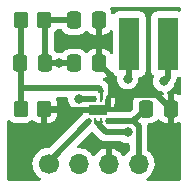
<source format=gbr>
%TF.GenerationSoftware,KiCad,Pcbnew,6.0.11-2627ca5db0~126~ubuntu20.04.1*%
%TF.CreationDate,2023-07-30T19:56:55-05:00*%
%TF.ProjectId,tps61021a-slim,74707336-3130-4323-9161-2d736c696d2e,rev?*%
%TF.SameCoordinates,Original*%
%TF.FileFunction,Copper,L1,Top*%
%TF.FilePolarity,Positive*%
%FSLAX46Y46*%
G04 Gerber Fmt 4.6, Leading zero omitted, Abs format (unit mm)*
G04 Created by KiCad (PCBNEW 6.0.11-2627ca5db0~126~ubuntu20.04.1) date 2023-07-30 19:56:55*
%MOMM*%
%LPD*%
G01*
G04 APERTURE LIST*
G04 Aperture macros list*
%AMRoundRect*
0 Rectangle with rounded corners*
0 $1 Rounding radius*
0 $2 $3 $4 $5 $6 $7 $8 $9 X,Y pos of 4 corners*
0 Add a 4 corners polygon primitive as box body*
4,1,4,$2,$3,$4,$5,$6,$7,$8,$9,$2,$3,0*
0 Add four circle primitives for the rounded corners*
1,1,$1+$1,$2,$3*
1,1,$1+$1,$4,$5*
1,1,$1+$1,$6,$7*
1,1,$1+$1,$8,$9*
0 Add four rect primitives between the rounded corners*
20,1,$1+$1,$2,$3,$4,$5,0*
20,1,$1+$1,$4,$5,$6,$7,0*
20,1,$1+$1,$6,$7,$8,$9,0*
20,1,$1+$1,$8,$9,$2,$3,0*%
G04 Aperture macros list end*
%TA.AperFunction,SMDPad,CuDef*%
%ADD10R,1.750000X4.500000*%
%TD*%
%TA.AperFunction,SMDPad,CuDef*%
%ADD11RoundRect,0.250000X-0.337500X-0.475000X0.337500X-0.475000X0.337500X0.475000X-0.337500X0.475000X0*%
%TD*%
%TA.AperFunction,SMDPad,CuDef*%
%ADD12RoundRect,0.250000X-0.350000X-0.450000X0.350000X-0.450000X0.350000X0.450000X-0.350000X0.450000X0*%
%TD*%
%TA.AperFunction,SMDPad,CuDef*%
%ADD13RoundRect,0.250000X0.337500X0.475000X-0.337500X0.475000X-0.337500X-0.475000X0.337500X-0.475000X0*%
%TD*%
%TA.AperFunction,ComponentPad*%
%ADD14C,1.700000*%
%TD*%
%TA.AperFunction,ComponentPad*%
%ADD15O,1.700000X1.700000*%
%TD*%
%TA.AperFunction,SMDPad,CuDef*%
%ADD16R,0.250000X0.500000*%
%TD*%
%TA.AperFunction,SMDPad,CuDef*%
%ADD17R,1.600000X0.900000*%
%TD*%
%TA.AperFunction,ComponentPad*%
%ADD18C,0.600000*%
%TD*%
%TA.AperFunction,SMDPad,CuDef*%
%ADD19RoundRect,0.250000X0.350000X0.450000X-0.350000X0.450000X-0.350000X-0.450000X0.350000X-0.450000X0*%
%TD*%
%TA.AperFunction,ViaPad*%
%ADD20C,0.800000*%
%TD*%
%TA.AperFunction,Conductor*%
%ADD21C,0.500000*%
%TD*%
%TA.AperFunction,Conductor*%
%ADD22C,0.249800*%
%TD*%
G04 APERTURE END LIST*
D10*
%TO.P,L1,1,1*%
%TO.N,Net-(C1-Pad1)*%
X114067700Y-103632000D03*
%TO.P,L1,2,2*%
%TO.N,Net-(L1-Pad2)*%
X110817700Y-103632000D03*
%TD*%
D11*
%TO.P,C4,1*%
%TO.N,Net-(C2-Pad1)*%
X106150500Y-105273000D03*
%TO.P,C4,2*%
%TO.N,Earth*%
X108225500Y-105273000D03*
%TD*%
D12*
%TO.P,R2,1*%
%TO.N,Net-(C2-Pad2)*%
X101616000Y-109103000D03*
%TO.P,R2,2*%
%TO.N,Earth*%
X103616000Y-109103000D03*
%TD*%
D11*
%TO.P,C1,1*%
%TO.N,Net-(C1-Pad1)*%
X112246500Y-109103000D03*
%TO.P,C1,2*%
%TO.N,Earth*%
X114321500Y-109103000D03*
%TD*%
%TO.P,C3,1*%
%TO.N,Net-(C2-Pad1)*%
X106150500Y-101600000D03*
%TO.P,C3,2*%
%TO.N,Earth*%
X108225500Y-101600000D03*
%TD*%
D13*
%TO.P,C2,1*%
%TO.N,Net-(C2-Pad1)*%
X103653500Y-105273000D03*
%TO.P,C2,2*%
%TO.N,Net-(C2-Pad2)*%
X101578500Y-105273000D03*
%TD*%
D14*
%TO.P,J1,1,Pin_1*%
%TO.N,Net-(J1-Pad1)*%
X103987000Y-113800000D03*
D15*
%TO.P,J1,2,Pin_2*%
%TO.N,Net-(C2-Pad1)*%
X106527000Y-113800000D03*
%TO.P,J1,3,Pin_3*%
%TO.N,Earth*%
X109067000Y-113800000D03*
%TO.P,J1,4,Pin_4*%
%TO.N,Net-(C1-Pad1)*%
X111607000Y-113800000D03*
%TD*%
D16*
%TO.P,U1,1,AGND*%
%TO.N,Earth*%
X108954000Y-108270000D03*
%TO.P,U1,2,FB*%
%TO.N,Net-(C2-Pad2)*%
X108454000Y-108270000D03*
%TO.P,U1,3,VOUT*%
%TO.N,Net-(C2-Pad1)*%
X107954000Y-108270000D03*
%TO.P,U1,4,VOUT*%
X107454000Y-108270000D03*
%TO.P,U1,5,EN*%
%TO.N,Net-(J1-Pad1)*%
X107454000Y-110170000D03*
%TO.P,U1,6,SW*%
%TO.N,Net-(L1-Pad2)*%
X107954000Y-110170000D03*
%TO.P,U1,7,SW*%
X108454000Y-110170000D03*
%TO.P,U1,8,VIN*%
%TO.N,Net-(C1-Pad1)*%
X108954000Y-110170000D03*
D17*
%TO.P,U1,9,PGND*%
%TO.N,Earth*%
X108204000Y-109220000D03*
D18*
X107704000Y-109220000D03*
X108704000Y-109220000D03*
%TD*%
D19*
%TO.P,R1,1*%
%TO.N,Net-(C2-Pad1)*%
X103616000Y-101600000D03*
%TO.P,R1,2*%
%TO.N,Net-(C2-Pad2)*%
X101616000Y-101600000D03*
%TD*%
D20*
%TO.N,Net-(C1-Pad1)*%
X113757500Y-106778800D03*
%TO.N,Net-(C2-Pad1)*%
X106527000Y-108270000D03*
X104902000Y-105273000D03*
%TO.N,Net-(L1-Pad2)*%
X110686700Y-111116900D03*
X110686700Y-106559400D03*
%TD*%
D21*
%TO.N,Net-(C1-Pad1)*%
X111607000Y-113800000D02*
X111607000Y-110597500D01*
X111179500Y-110170000D02*
X112246500Y-109103000D01*
X113757500Y-106778800D02*
X114067700Y-106468600D01*
X109029500Y-110170000D02*
X111179500Y-110170000D01*
X111607000Y-110597500D02*
X111179500Y-110170000D01*
D22*
X109029500Y-110170000D02*
X108954000Y-110170000D01*
D21*
X114067700Y-106468600D02*
X114067700Y-103632000D01*
%TO.N,Earth*%
X108225500Y-105273000D02*
X109298300Y-106345800D01*
X108704000Y-109220000D02*
X109029400Y-108894600D01*
X103733000Y-109220000D02*
X107704000Y-109220000D01*
X108204000Y-109220000D02*
X107704000Y-109220000D01*
X109298300Y-106345800D02*
X109298300Y-107925700D01*
X108225500Y-101600000D02*
X108225500Y-105273000D01*
D22*
X109029400Y-108345400D02*
X108954000Y-108270000D01*
D21*
X109298300Y-107925700D02*
X113144200Y-107925700D01*
X109298300Y-107925700D02*
X109210100Y-108013900D01*
X108704000Y-109220000D02*
X108204000Y-109220000D01*
D22*
X109210100Y-108013900D02*
X108954000Y-108270000D01*
D21*
X103616000Y-109103000D02*
X103733000Y-109220000D01*
X109029400Y-108894600D02*
X109029400Y-108345400D01*
X113144200Y-107925700D02*
X114321500Y-109103000D01*
%TO.N,Net-(C2-Pad1)*%
X103653500Y-101600000D02*
X103653500Y-105273000D01*
D22*
X107878500Y-108270000D02*
X107954000Y-108270000D01*
D21*
X103653500Y-101600000D02*
X106150500Y-101600000D01*
X103616000Y-101600000D02*
X103653500Y-101600000D01*
X104902000Y-105273000D02*
X106150500Y-105273000D01*
X103653500Y-105273000D02*
X104902000Y-105273000D01*
X106527000Y-108270000D02*
X107454000Y-108270000D01*
X107454000Y-108270000D02*
X107878500Y-108270000D01*
D22*
%TO.N,Net-(C2-Pad2)*%
X108454000Y-107569600D02*
X108454000Y-108270000D01*
D21*
X101616000Y-107372500D02*
X101616000Y-109103000D01*
X101616000Y-101600000D02*
X101616000Y-105235500D01*
X101578500Y-105273000D02*
X101616000Y-105310500D01*
X101616000Y-105235500D02*
X101578500Y-105273000D01*
X101616000Y-105310500D02*
X101616000Y-107372500D01*
X108256900Y-107372500D02*
X101616000Y-107372500D01*
X108454000Y-107569600D02*
X108256900Y-107372500D01*
D22*
%TO.N,Net-(J1-Pad1)*%
X107378600Y-110190500D02*
X107399100Y-110170000D01*
D21*
X103987000Y-113582100D02*
X103987000Y-113800000D01*
D22*
X107399100Y-110170000D02*
X107454000Y-110170000D01*
D21*
X107378600Y-110190500D02*
X103987000Y-113582100D01*
%TO.N,Net-(L1-Pad2)*%
X110686700Y-106463300D02*
X110686700Y-106559400D01*
D22*
X108210100Y-110426100D02*
X107954000Y-110170000D01*
D21*
X108225000Y-110426100D02*
X108225000Y-110399000D01*
X110817700Y-103632000D02*
X110817700Y-106332300D01*
D22*
X108225000Y-110399000D02*
X108454000Y-110170000D01*
D21*
X108834000Y-111116900D02*
X110686700Y-111116900D01*
X108210100Y-110426100D02*
X108225000Y-110426100D01*
X110817700Y-106332300D02*
X110686700Y-106463300D01*
X108225000Y-110507900D02*
X108834000Y-111116900D01*
X108225000Y-110426100D02*
X108225000Y-110507900D01*
%TD*%
%TA.AperFunction,Conductor*%
%TO.N,Earth*%
G36*
X115121775Y-106396395D02*
G01*
X115173790Y-106444716D01*
X115191500Y-106509130D01*
X115191500Y-107840090D01*
X115171498Y-107908211D01*
X115117842Y-107954704D01*
X115047568Y-107964808D01*
X114999386Y-107947351D01*
X114987760Y-107940185D01*
X114974576Y-107934037D01*
X114820290Y-107882862D01*
X114806914Y-107879995D01*
X114712562Y-107870328D01*
X114706145Y-107870000D01*
X114593615Y-107870000D01*
X114578376Y-107874475D01*
X114577171Y-107875865D01*
X114575500Y-107883548D01*
X114575500Y-110317884D01*
X114579975Y-110333123D01*
X114581365Y-110334328D01*
X114589048Y-110335999D01*
X114706095Y-110335999D01*
X114712614Y-110335662D01*
X114808206Y-110325743D01*
X114821600Y-110322851D01*
X114975784Y-110271412D01*
X114988958Y-110265241D01*
X114999196Y-110258905D01*
X115067648Y-110240067D01*
X115135418Y-110261228D01*
X115180989Y-110315668D01*
X115191500Y-110366049D01*
X115191500Y-115065500D01*
X115171498Y-115133621D01*
X115117842Y-115180114D01*
X115065500Y-115191500D01*
X112389343Y-115191500D01*
X112321222Y-115171498D01*
X112274729Y-115117842D01*
X112264625Y-115047568D01*
X112294119Y-114982988D01*
X112316175Y-114962921D01*
X112482656Y-114844172D01*
X112482659Y-114844170D01*
X112486860Y-114841173D01*
X112645096Y-114683489D01*
X112704594Y-114600689D01*
X112772435Y-114506277D01*
X112775453Y-114502077D01*
X112788995Y-114474678D01*
X112872136Y-114306453D01*
X112872137Y-114306451D01*
X112874430Y-114301811D01*
X112939370Y-114088069D01*
X112968529Y-113866590D01*
X112970156Y-113800000D01*
X112951852Y-113577361D01*
X112897431Y-113360702D01*
X112808354Y-113155840D01*
X112687014Y-112968277D01*
X112536670Y-112803051D01*
X112532615Y-112799848D01*
X112413407Y-112705703D01*
X112372345Y-112647785D01*
X112365500Y-112606821D01*
X112365500Y-110664569D01*
X112366933Y-110645618D01*
X112369099Y-110631383D01*
X112369099Y-110631381D01*
X112370199Y-110624151D01*
X112365915Y-110571482D01*
X112365500Y-110561267D01*
X112365500Y-110553207D01*
X112362211Y-110524993D01*
X112361778Y-110520620D01*
X112357881Y-110472715D01*
X112372294Y-110403198D01*
X112422003Y-110352508D01*
X112483466Y-110336500D01*
X112634400Y-110336500D01*
X112637646Y-110336163D01*
X112637650Y-110336163D01*
X112733308Y-110326238D01*
X112733312Y-110326237D01*
X112740166Y-110325526D01*
X112746702Y-110323345D01*
X112746704Y-110323345D01*
X112900998Y-110271868D01*
X112907946Y-110269550D01*
X113058348Y-110176478D01*
X113079852Y-110154937D01*
X113178131Y-110056486D01*
X113183305Y-110051303D01*
X113186102Y-110046765D01*
X113243353Y-110006176D01*
X113314276Y-110002946D01*
X113375687Y-110038572D01*
X113383062Y-110047068D01*
X113391098Y-110057207D01*
X113505829Y-110171739D01*
X113517240Y-110180751D01*
X113655243Y-110265816D01*
X113668424Y-110271963D01*
X113822710Y-110323138D01*
X113836086Y-110326005D01*
X113930438Y-110335672D01*
X113936854Y-110336000D01*
X114049385Y-110336000D01*
X114064624Y-110331525D01*
X114065829Y-110330135D01*
X114067500Y-110322452D01*
X114067500Y-107888116D01*
X114063025Y-107872877D01*
X114037943Y-107851143D01*
X114022430Y-107842672D01*
X113988406Y-107780359D01*
X113993472Y-107709543D01*
X114036020Y-107652708D01*
X114060279Y-107638471D01*
X114208219Y-107572605D01*
X114208226Y-107572601D01*
X114214252Y-107569918D01*
X114234506Y-107555203D01*
X114354667Y-107467900D01*
X114368753Y-107457666D01*
X114462812Y-107353203D01*
X114492121Y-107320652D01*
X114492122Y-107320651D01*
X114496540Y-107315744D01*
X114592027Y-107150356D01*
X114651042Y-106968728D01*
X114653306Y-106969464D01*
X114675020Y-106925289D01*
X114698291Y-106897897D01*
X114698292Y-106897895D01*
X114703033Y-106892315D01*
X114706361Y-106885799D01*
X114709728Y-106880750D01*
X114712895Y-106875621D01*
X114717434Y-106869884D01*
X114748355Y-106803725D01*
X114750261Y-106799825D01*
X114764349Y-106772235D01*
X114783469Y-106734792D01*
X114785208Y-106727684D01*
X114787307Y-106722041D01*
X114789224Y-106716278D01*
X114792322Y-106709650D01*
X114807187Y-106638183D01*
X114808157Y-106633899D01*
X114825508Y-106562990D01*
X114826200Y-106551836D01*
X114826236Y-106551838D01*
X114826475Y-106547845D01*
X114826849Y-106543653D01*
X114828340Y-106536485D01*
X114828140Y-106529097D01*
X114827892Y-106519904D01*
X114846047Y-106451268D01*
X114898427Y-106403342D01*
X114953846Y-106390500D01*
X114990834Y-106390500D01*
X115051892Y-106383867D01*
X115121775Y-106396395D01*
G37*
%TD.AperFunction*%
%TA.AperFunction,Conductor*%
G36*
X115133621Y-100528502D02*
G01*
X115180114Y-100582158D01*
X115191500Y-100634500D01*
X115191500Y-100754870D01*
X115171498Y-100822991D01*
X115117842Y-100869484D01*
X115051892Y-100880133D01*
X114990834Y-100873500D01*
X113144566Y-100873500D01*
X113082384Y-100880255D01*
X112945995Y-100931385D01*
X112829439Y-101018739D01*
X112742085Y-101135295D01*
X112690955Y-101271684D01*
X112684200Y-101333866D01*
X112684200Y-105930134D01*
X112690955Y-105992316D01*
X112742085Y-106128705D01*
X112829439Y-106245261D01*
X112836619Y-106250642D01*
X112874864Y-106279305D01*
X112917379Y-106336164D01*
X112922405Y-106406982D01*
X112919136Y-106419052D01*
X112863958Y-106588872D01*
X112863268Y-106595433D01*
X112863268Y-106595435D01*
X112849885Y-106722766D01*
X112843996Y-106778800D01*
X112844686Y-106785365D01*
X112862149Y-106951513D01*
X112863958Y-106968728D01*
X112922973Y-107150356D01*
X113018460Y-107315744D01*
X113022878Y-107320651D01*
X113022879Y-107320652D01*
X113052188Y-107353203D01*
X113146247Y-107457666D01*
X113160333Y-107467900D01*
X113280495Y-107555203D01*
X113300748Y-107569918D01*
X113306776Y-107572602D01*
X113306778Y-107572603D01*
X113359893Y-107596251D01*
X113475212Y-107647594D01*
X113662013Y-107687300D01*
X113661600Y-107689245D01*
X113718502Y-107712662D01*
X113759127Y-107770888D01*
X113761823Y-107841833D01*
X113725736Y-107902974D01*
X113679540Y-107930476D01*
X113667220Y-107934586D01*
X113654038Y-107940761D01*
X113516193Y-108026063D01*
X113504792Y-108035099D01*
X113390262Y-108149828D01*
X113383206Y-108158762D01*
X113325288Y-108199823D01*
X113254365Y-108203053D01*
X113192954Y-108167426D01*
X113186154Y-108159593D01*
X113182478Y-108153652D01*
X113057303Y-108028695D01*
X112970731Y-107975331D01*
X112912968Y-107939725D01*
X112912966Y-107939724D01*
X112906738Y-107935885D01*
X112805771Y-107902396D01*
X112745389Y-107882368D01*
X112745387Y-107882368D01*
X112738861Y-107880203D01*
X112732025Y-107879503D01*
X112732022Y-107879502D01*
X112688969Y-107875091D01*
X112634400Y-107869500D01*
X111858600Y-107869500D01*
X111855354Y-107869837D01*
X111855350Y-107869837D01*
X111759692Y-107879762D01*
X111759688Y-107879763D01*
X111752834Y-107880474D01*
X111746298Y-107882655D01*
X111746296Y-107882655D01*
X111729928Y-107888116D01*
X111585054Y-107936450D01*
X111434652Y-108029522D01*
X111309695Y-108154697D01*
X111216885Y-108305262D01*
X111214581Y-108312209D01*
X111163503Y-108466206D01*
X111161203Y-108473139D01*
X111160503Y-108479975D01*
X111160502Y-108479978D01*
X111158062Y-108503794D01*
X111150500Y-108577600D01*
X111150500Y-109074129D01*
X111130498Y-109142250D01*
X111113595Y-109163224D01*
X110902224Y-109374595D01*
X110839912Y-109408621D01*
X110813129Y-109411500D01*
X108780866Y-109411500D01*
X108718684Y-109418255D01*
X108718420Y-109415826D01*
X108689580Y-109415826D01*
X108689316Y-109418255D01*
X108630531Y-109411869D01*
X108627134Y-109411500D01*
X108280866Y-109411500D01*
X108218684Y-109418255D01*
X108218420Y-109415826D01*
X108189580Y-109415826D01*
X108189316Y-109418255D01*
X108130531Y-109411869D01*
X108127134Y-109411500D01*
X107780866Y-109411500D01*
X107718684Y-109418255D01*
X107718420Y-109415826D01*
X107689580Y-109415826D01*
X107689316Y-109418255D01*
X107630531Y-109411869D01*
X107627134Y-109411500D01*
X107280866Y-109411500D01*
X107218684Y-109418255D01*
X107211288Y-109421027D01*
X107211282Y-109421029D01*
X107091371Y-109465982D01*
X107047142Y-109474000D01*
X106914116Y-109474000D01*
X106898877Y-109478475D01*
X106897672Y-109479865D01*
X106896001Y-109487548D01*
X106896001Y-109548228D01*
X106875999Y-109616349D01*
X106859096Y-109637323D01*
X104091815Y-112404604D01*
X104029503Y-112438630D01*
X104001181Y-112441500D01*
X103897081Y-112440228D01*
X103897079Y-112440228D01*
X103891911Y-112440165D01*
X103671091Y-112473955D01*
X103458756Y-112543357D01*
X103260607Y-112646507D01*
X103256474Y-112649610D01*
X103256471Y-112649612D01*
X103231685Y-112668222D01*
X103081965Y-112780635D01*
X102927629Y-112942138D01*
X102801743Y-113126680D01*
X102707688Y-113329305D01*
X102647989Y-113544570D01*
X102624251Y-113766695D01*
X102624548Y-113771848D01*
X102624548Y-113771851D01*
X102630011Y-113866590D01*
X102637110Y-113989715D01*
X102638247Y-113994761D01*
X102638248Y-113994767D01*
X102649031Y-114042614D01*
X102686222Y-114207639D01*
X102770266Y-114414616D01*
X102821019Y-114497438D01*
X102884291Y-114600688D01*
X102886987Y-114605088D01*
X103033250Y-114773938D01*
X103205126Y-114916632D01*
X103273715Y-114956712D01*
X103322439Y-115008350D01*
X103335510Y-115078133D01*
X103308779Y-115143905D01*
X103250732Y-115184784D01*
X103210145Y-115191500D01*
X100634500Y-115191500D01*
X100566379Y-115171498D01*
X100519886Y-115117842D01*
X100508500Y-115065500D01*
X100508500Y-110172419D01*
X100528502Y-110104298D01*
X100582158Y-110057805D01*
X100652432Y-110047701D01*
X100717012Y-110077195D01*
X100723511Y-110083239D01*
X100792697Y-110152305D01*
X100798927Y-110156145D01*
X100798928Y-110156146D01*
X100936288Y-110240816D01*
X100943262Y-110245115D01*
X101005306Y-110265694D01*
X101104611Y-110298632D01*
X101104613Y-110298632D01*
X101111139Y-110300797D01*
X101117975Y-110301497D01*
X101117978Y-110301498D01*
X101161031Y-110305909D01*
X101215600Y-110311500D01*
X102016400Y-110311500D01*
X102019646Y-110311163D01*
X102019650Y-110311163D01*
X102115308Y-110301238D01*
X102115312Y-110301237D01*
X102122166Y-110300526D01*
X102128702Y-110298345D01*
X102128704Y-110298345D01*
X102260806Y-110254272D01*
X102289946Y-110244550D01*
X102440348Y-110151478D01*
X102527137Y-110064537D01*
X102589421Y-110030458D01*
X102660241Y-110035461D01*
X102705329Y-110064382D01*
X102787829Y-110146739D01*
X102799240Y-110155751D01*
X102937243Y-110240816D01*
X102950424Y-110246963D01*
X103104710Y-110298138D01*
X103118086Y-110301005D01*
X103212438Y-110310672D01*
X103218854Y-110311000D01*
X103343885Y-110311000D01*
X103359124Y-110306525D01*
X103360329Y-110305135D01*
X103362000Y-110297452D01*
X103362000Y-110292884D01*
X103870000Y-110292884D01*
X103874475Y-110308123D01*
X103875865Y-110309328D01*
X103883548Y-110310999D01*
X104013095Y-110310999D01*
X104019614Y-110310662D01*
X104115206Y-110300743D01*
X104128600Y-110297851D01*
X104282784Y-110246412D01*
X104295962Y-110240239D01*
X104433807Y-110154937D01*
X104445208Y-110145901D01*
X104559739Y-110031171D01*
X104568751Y-110019760D01*
X104653816Y-109881757D01*
X104659963Y-109868576D01*
X104711138Y-109714290D01*
X104714005Y-109700914D01*
X104723672Y-109606562D01*
X104724000Y-109600146D01*
X104724000Y-109375115D01*
X104719525Y-109359876D01*
X104718135Y-109358671D01*
X104710452Y-109357000D01*
X103888115Y-109357000D01*
X103872876Y-109361475D01*
X103871671Y-109362865D01*
X103870000Y-109370548D01*
X103870000Y-110292884D01*
X103362000Y-110292884D01*
X103362000Y-108975000D01*
X103382002Y-108906879D01*
X103435658Y-108860386D01*
X103488000Y-108849000D01*
X104705884Y-108849000D01*
X104721123Y-108844525D01*
X104722328Y-108843135D01*
X104723999Y-108835452D01*
X104723999Y-108605905D01*
X104723662Y-108599386D01*
X104713743Y-108503794D01*
X104710851Y-108490400D01*
X104659412Y-108336216D01*
X104650137Y-108316417D01*
X104651351Y-108315848D01*
X104634565Y-108254847D01*
X104655728Y-108187078D01*
X104710171Y-108141509D01*
X104760547Y-108131000D01*
X105488186Y-108131000D01*
X105556307Y-108151002D01*
X105602800Y-108204658D01*
X105614186Y-108257000D01*
X105614186Y-108263435D01*
X105613496Y-108270000D01*
X105633458Y-108459928D01*
X105692473Y-108641556D01*
X105787960Y-108806944D01*
X105915747Y-108948866D01*
X106008479Y-109016240D01*
X106064904Y-109057235D01*
X106070248Y-109061118D01*
X106076276Y-109063802D01*
X106076278Y-109063803D01*
X106238681Y-109136109D01*
X106244712Y-109138794D01*
X106338113Y-109158647D01*
X106425056Y-109177128D01*
X106425061Y-109177128D01*
X106431513Y-109178500D01*
X106622487Y-109178500D01*
X106628939Y-109177128D01*
X106628944Y-109177128D01*
X106715887Y-109158647D01*
X106809288Y-109138794D01*
X106815319Y-109136109D01*
X106977722Y-109063803D01*
X106977724Y-109063802D01*
X106983752Y-109061118D01*
X106989091Y-109057239D01*
X106989098Y-109057235D01*
X106995528Y-109052563D01*
X107069587Y-109028500D01*
X108127134Y-109028500D01*
X108189316Y-109021745D01*
X108189580Y-109024174D01*
X108218420Y-109024174D01*
X108218684Y-109021745D01*
X108280866Y-109028500D01*
X108627134Y-109028500D01*
X108689316Y-109021745D01*
X108696712Y-109018973D01*
X108696718Y-109018971D01*
X108816629Y-108974018D01*
X108860858Y-108966000D01*
X109493884Y-108966000D01*
X109509123Y-108961525D01*
X109510328Y-108960135D01*
X109511999Y-108952452D01*
X109511999Y-108827413D01*
X109527480Y-108766902D01*
X109532323Y-108758056D01*
X109577478Y-108637606D01*
X109581105Y-108622351D01*
X109586631Y-108571486D01*
X109587000Y-108564672D01*
X109586999Y-107975331D01*
X109586629Y-107968510D01*
X109581105Y-107917648D01*
X109577479Y-107902396D01*
X109532324Y-107781946D01*
X109523786Y-107766351D01*
X109447285Y-107664276D01*
X109434724Y-107651715D01*
X109332649Y-107575214D01*
X109317054Y-107566676D01*
X109286450Y-107555203D01*
X109229686Y-107512561D01*
X109205095Y-107447438D01*
X109203453Y-107427256D01*
X109202860Y-107419963D01*
X109198495Y-107406487D01*
X109150608Y-107258667D01*
X109150607Y-107258664D01*
X109148351Y-107251701D01*
X109144555Y-107245445D01*
X109144553Y-107245441D01*
X109059509Y-107105294D01*
X109059509Y-107105293D01*
X109056595Y-107100492D01*
X109049197Y-107092116D01*
X108840670Y-106883589D01*
X108828284Y-106869177D01*
X108819751Y-106857582D01*
X108819746Y-106857577D01*
X108815408Y-106851682D01*
X108809830Y-106846943D01*
X108809827Y-106846940D01*
X108775132Y-106817465D01*
X108767616Y-106810535D01*
X108761921Y-106804840D01*
X108755582Y-106799825D01*
X108739649Y-106787219D01*
X108736245Y-106784428D01*
X108686197Y-106741909D01*
X108686195Y-106741908D01*
X108680615Y-106737167D01*
X108674097Y-106733839D01*
X108669066Y-106730483D01*
X108664559Y-106727700D01*
X108663011Y-106725977D01*
X108658942Y-106723365D01*
X108658211Y-106722787D01*
X108659116Y-106721642D01*
X108617109Y-106674889D01*
X108605743Y-106604808D01*
X108634070Y-106539707D01*
X108693097Y-106500256D01*
X108705575Y-106497682D01*
X108705470Y-106497198D01*
X108725600Y-106492851D01*
X108879784Y-106441412D01*
X108892962Y-106435239D01*
X109030807Y-106349937D01*
X109042208Y-106340901D01*
X109156739Y-106226171D01*
X109165751Y-106214760D01*
X109253774Y-106071959D01*
X109306546Y-106024466D01*
X109376617Y-106013042D01*
X109441741Y-106041316D01*
X109479015Y-106093844D01*
X109488931Y-106120293D01*
X109492085Y-106128705D01*
X109579439Y-106245261D01*
X109695995Y-106332615D01*
X109704404Y-106335767D01*
X109712275Y-106340077D01*
X109711292Y-106341873D01*
X109758696Y-106377482D01*
X109783397Y-106444043D01*
X109783013Y-106465993D01*
X109775604Y-106536485D01*
X109773196Y-106559400D01*
X109773886Y-106565965D01*
X109790263Y-106721779D01*
X109793158Y-106749328D01*
X109852173Y-106930956D01*
X109855476Y-106936678D01*
X109855477Y-106936679D01*
X109873981Y-106968728D01*
X109947660Y-107096344D01*
X109952078Y-107101251D01*
X109952079Y-107101252D01*
X110071025Y-107233355D01*
X110075447Y-107238266D01*
X110229948Y-107350518D01*
X110235976Y-107353202D01*
X110235978Y-107353203D01*
X110388285Y-107421014D01*
X110404412Y-107428194D01*
X110494947Y-107447438D01*
X110584756Y-107466528D01*
X110584761Y-107466528D01*
X110591213Y-107467900D01*
X110782187Y-107467900D01*
X110788639Y-107466528D01*
X110788644Y-107466528D01*
X110878453Y-107447438D01*
X110968988Y-107428194D01*
X110985115Y-107421014D01*
X111137422Y-107353203D01*
X111137424Y-107353202D01*
X111143452Y-107350518D01*
X111297953Y-107238266D01*
X111302375Y-107233355D01*
X111421321Y-107101252D01*
X111421322Y-107101251D01*
X111425740Y-107096344D01*
X111499419Y-106968728D01*
X111517923Y-106936679D01*
X111517924Y-106936678D01*
X111521227Y-106930956D01*
X111580242Y-106749328D01*
X111583138Y-106721779D01*
X111599514Y-106565965D01*
X111600204Y-106559400D01*
X111597079Y-106529670D01*
X111609850Y-106459834D01*
X111658352Y-106407986D01*
X111722389Y-106390500D01*
X111740834Y-106390500D01*
X111803016Y-106383745D01*
X111939405Y-106332615D01*
X112055961Y-106245261D01*
X112143315Y-106128705D01*
X112194445Y-105992316D01*
X112201200Y-105930134D01*
X112201200Y-101333866D01*
X112194445Y-101271684D01*
X112143315Y-101135295D01*
X112055961Y-101018739D01*
X111939405Y-100931385D01*
X111803016Y-100880255D01*
X111740834Y-100873500D01*
X109894566Y-100873500D01*
X109832384Y-100880255D01*
X109695995Y-100931385D01*
X109579439Y-101018739D01*
X109574058Y-101025919D01*
X109540282Y-101070986D01*
X109483423Y-101113501D01*
X109412604Y-101118527D01*
X109350311Y-101084467D01*
X109316321Y-101022136D01*
X109314129Y-101008424D01*
X109310743Y-100975794D01*
X109307851Y-100962400D01*
X109256412Y-100808216D01*
X109250238Y-100795038D01*
X109191924Y-100700803D01*
X109173086Y-100632351D01*
X109194247Y-100564582D01*
X109248688Y-100519010D01*
X109299068Y-100508500D01*
X115065500Y-100508500D01*
X115133621Y-100528502D01*
G37*
%TD.AperFunction*%
%TA.AperFunction,Conductor*%
G36*
X107687132Y-111058815D02*
G01*
X107732195Y-111087776D01*
X108250230Y-111605811D01*
X108262616Y-111620223D01*
X108271149Y-111631818D01*
X108271154Y-111631823D01*
X108275492Y-111637718D01*
X108281070Y-111642457D01*
X108281073Y-111642460D01*
X108315768Y-111671935D01*
X108323284Y-111678865D01*
X108328979Y-111684560D01*
X108331861Y-111686840D01*
X108351251Y-111702181D01*
X108354655Y-111704972D01*
X108404703Y-111747491D01*
X108410285Y-111752233D01*
X108416801Y-111755561D01*
X108421850Y-111758928D01*
X108426979Y-111762095D01*
X108432716Y-111766634D01*
X108498875Y-111797555D01*
X108502769Y-111799458D01*
X108567808Y-111832669D01*
X108574916Y-111834408D01*
X108580559Y-111836507D01*
X108586322Y-111838424D01*
X108592950Y-111841522D01*
X108600112Y-111843012D01*
X108600113Y-111843012D01*
X108664412Y-111856386D01*
X108668696Y-111857356D01*
X108739610Y-111874708D01*
X108745212Y-111875056D01*
X108745215Y-111875056D01*
X108750764Y-111875400D01*
X108750762Y-111875436D01*
X108754755Y-111875675D01*
X108758947Y-111876049D01*
X108766115Y-111877540D01*
X108843520Y-111875446D01*
X108846928Y-111875400D01*
X110144113Y-111875400D01*
X110218172Y-111899463D01*
X110224602Y-111904135D01*
X110224609Y-111904139D01*
X110229948Y-111908018D01*
X110235976Y-111910702D01*
X110235978Y-111910703D01*
X110398381Y-111983009D01*
X110404412Y-111985694D01*
X110497812Y-112005547D01*
X110584756Y-112024028D01*
X110584761Y-112024028D01*
X110591213Y-112025400D01*
X110722500Y-112025400D01*
X110790621Y-112045402D01*
X110837114Y-112099058D01*
X110848500Y-112151400D01*
X110848500Y-112607655D01*
X110828498Y-112675776D01*
X110798153Y-112708415D01*
X110706100Y-112777530D01*
X110701965Y-112780635D01*
X110547629Y-112942138D01*
X110544715Y-112946410D01*
X110544714Y-112946411D01*
X110439898Y-113100066D01*
X110384987Y-113145069D01*
X110314462Y-113153240D01*
X110250715Y-113121986D01*
X110230018Y-113097502D01*
X110149426Y-112972926D01*
X110143136Y-112964757D01*
X109999806Y-112807240D01*
X109992273Y-112800215D01*
X109825139Y-112668222D01*
X109816552Y-112662517D01*
X109630117Y-112559599D01*
X109620705Y-112555369D01*
X109419959Y-112484280D01*
X109409988Y-112481646D01*
X109338837Y-112468972D01*
X109325540Y-112470432D01*
X109321000Y-112484989D01*
X109321000Y-113928000D01*
X109300998Y-113996121D01*
X109247342Y-114042614D01*
X109195000Y-114054000D01*
X108939000Y-114054000D01*
X108870879Y-114033998D01*
X108824386Y-113980342D01*
X108813000Y-113928000D01*
X108813000Y-112483102D01*
X108809082Y-112469758D01*
X108794806Y-112467771D01*
X108756324Y-112473660D01*
X108746288Y-112476051D01*
X108543868Y-112542212D01*
X108534359Y-112546209D01*
X108345463Y-112644542D01*
X108336738Y-112650036D01*
X108166433Y-112777905D01*
X108158726Y-112784748D01*
X108011590Y-112938717D01*
X108005109Y-112946722D01*
X107900498Y-113100074D01*
X107845587Y-113145076D01*
X107775062Y-113153247D01*
X107711315Y-113121993D01*
X107690618Y-113097509D01*
X107609822Y-112972617D01*
X107609820Y-112972614D01*
X107607014Y-112968277D01*
X107456670Y-112803051D01*
X107452619Y-112799852D01*
X107452615Y-112799848D01*
X107285414Y-112667800D01*
X107285410Y-112667798D01*
X107281359Y-112664598D01*
X107245028Y-112644542D01*
X107229136Y-112635769D01*
X107085789Y-112556638D01*
X107080920Y-112554914D01*
X107080916Y-112554912D01*
X106880087Y-112483795D01*
X106880083Y-112483794D01*
X106875212Y-112482069D01*
X106870119Y-112481162D01*
X106870116Y-112481161D01*
X106660373Y-112443800D01*
X106660367Y-112443799D01*
X106655284Y-112442894D01*
X106606823Y-112442302D01*
X106503385Y-112441038D01*
X106435513Y-112420205D01*
X106389679Y-112365985D01*
X106380435Y-112295593D01*
X106410715Y-112231377D01*
X106415829Y-112225952D01*
X107554005Y-111087776D01*
X107616317Y-111053750D01*
X107687132Y-111058815D01*
G37*
%TD.AperFunction*%
%TA.AperFunction,Conductor*%
G36*
X108421621Y-101366002D02*
G01*
X108468114Y-101419658D01*
X108479500Y-101472000D01*
X108479500Y-102814884D01*
X108483975Y-102830123D01*
X108485365Y-102831328D01*
X108493048Y-102832999D01*
X108610095Y-102832999D01*
X108616614Y-102832662D01*
X108712206Y-102822743D01*
X108725600Y-102819851D01*
X108879784Y-102768412D01*
X108892962Y-102762239D01*
X109030807Y-102676937D01*
X109042208Y-102667901D01*
X109156739Y-102553171D01*
X109165753Y-102541757D01*
X109200940Y-102484673D01*
X109253712Y-102437179D01*
X109323783Y-102425755D01*
X109388907Y-102454029D01*
X109428407Y-102513023D01*
X109434200Y-102550788D01*
X109434200Y-104322257D01*
X109414198Y-104390378D01*
X109360542Y-104436871D01*
X109290268Y-104446975D01*
X109225688Y-104417481D01*
X109201056Y-104388560D01*
X109164937Y-104330193D01*
X109155901Y-104318792D01*
X109041171Y-104204261D01*
X109029760Y-104195249D01*
X108891757Y-104110184D01*
X108878576Y-104104037D01*
X108724290Y-104052862D01*
X108710914Y-104049995D01*
X108616562Y-104040328D01*
X108610145Y-104040000D01*
X108497615Y-104040000D01*
X108482376Y-104044475D01*
X108481171Y-104045865D01*
X108479500Y-104053548D01*
X108479500Y-105401000D01*
X108459498Y-105469121D01*
X108405842Y-105515614D01*
X108353500Y-105527000D01*
X108097500Y-105527000D01*
X108029379Y-105506998D01*
X107982886Y-105453342D01*
X107971500Y-105401000D01*
X107971500Y-104058116D01*
X107967025Y-104042877D01*
X107965635Y-104041672D01*
X107957952Y-104040001D01*
X107840905Y-104040001D01*
X107834386Y-104040338D01*
X107738794Y-104050257D01*
X107725400Y-104053149D01*
X107571216Y-104104588D01*
X107558038Y-104110761D01*
X107420193Y-104196063D01*
X107408792Y-104205099D01*
X107294262Y-104319828D01*
X107287206Y-104328762D01*
X107229288Y-104369823D01*
X107158365Y-104373053D01*
X107096954Y-104337426D01*
X107090154Y-104329593D01*
X107086478Y-104323652D01*
X106961303Y-104198695D01*
X106909088Y-104166509D01*
X106816968Y-104109725D01*
X106816966Y-104109724D01*
X106810738Y-104105885D01*
X106711897Y-104073101D01*
X106649389Y-104052368D01*
X106649387Y-104052368D01*
X106642861Y-104050203D01*
X106636025Y-104049503D01*
X106636022Y-104049502D01*
X106592969Y-104045091D01*
X106538400Y-104039500D01*
X105762600Y-104039500D01*
X105759354Y-104039837D01*
X105759350Y-104039837D01*
X105663692Y-104049762D01*
X105663688Y-104049763D01*
X105656834Y-104050474D01*
X105650298Y-104052655D01*
X105650296Y-104052655D01*
X105518194Y-104096728D01*
X105489054Y-104106450D01*
X105338652Y-104199522D01*
X105213695Y-104324697D01*
X105209854Y-104330928D01*
X105205317Y-104336673D01*
X105202732Y-104334632D01*
X105160920Y-104372354D01*
X105090862Y-104383864D01*
X105080096Y-104382059D01*
X105003944Y-104365872D01*
X105003939Y-104365872D01*
X104997487Y-104364500D01*
X104806513Y-104364500D01*
X104800060Y-104365872D01*
X104800056Y-104365872D01*
X104752164Y-104376052D01*
X104723744Y-104382093D01*
X104652954Y-104376691D01*
X104598239Y-104335323D01*
X104597875Y-104335612D01*
X104596760Y-104334205D01*
X104596322Y-104333874D01*
X104595281Y-104332340D01*
X104593334Y-104329883D01*
X104589478Y-104323652D01*
X104464303Y-104198695D01*
X104459507Y-104195739D01*
X104418845Y-104138386D01*
X104412000Y-104097422D01*
X104412000Y-102729002D01*
X104432002Y-102660881D01*
X104448827Y-102639984D01*
X104540349Y-102548303D01*
X104565305Y-102523303D01*
X104629979Y-102418383D01*
X104682750Y-102370891D01*
X104737238Y-102358500D01*
X105026219Y-102358500D01*
X105094340Y-102378502D01*
X105133363Y-102418197D01*
X105214522Y-102549348D01*
X105219704Y-102554521D01*
X105226932Y-102561736D01*
X105339697Y-102674305D01*
X105345927Y-102678145D01*
X105345928Y-102678146D01*
X105483288Y-102762816D01*
X105490262Y-102767115D01*
X105537289Y-102782713D01*
X105651611Y-102820632D01*
X105651613Y-102820632D01*
X105658139Y-102822797D01*
X105664975Y-102823497D01*
X105664978Y-102823498D01*
X105708031Y-102827909D01*
X105762600Y-102833500D01*
X106538400Y-102833500D01*
X106541646Y-102833163D01*
X106541650Y-102833163D01*
X106637308Y-102823238D01*
X106637312Y-102823237D01*
X106644166Y-102822526D01*
X106650702Y-102820345D01*
X106650704Y-102820345D01*
X106782806Y-102776272D01*
X106811946Y-102766550D01*
X106962348Y-102673478D01*
X106978116Y-102657683D01*
X107082131Y-102553486D01*
X107087305Y-102548303D01*
X107090102Y-102543765D01*
X107147353Y-102503176D01*
X107218276Y-102499946D01*
X107279687Y-102535572D01*
X107287062Y-102544068D01*
X107295098Y-102554207D01*
X107409829Y-102668739D01*
X107421240Y-102677751D01*
X107559243Y-102762816D01*
X107572424Y-102768963D01*
X107726710Y-102820138D01*
X107740086Y-102823005D01*
X107834438Y-102832672D01*
X107840854Y-102833000D01*
X107953385Y-102833000D01*
X107968624Y-102828525D01*
X107969829Y-102827135D01*
X107971500Y-102819452D01*
X107971500Y-101472000D01*
X107991502Y-101403879D01*
X108045158Y-101357386D01*
X108097500Y-101346000D01*
X108353500Y-101346000D01*
X108421621Y-101366002D01*
G37*
%TD.AperFunction*%
%TD*%
M02*

</source>
